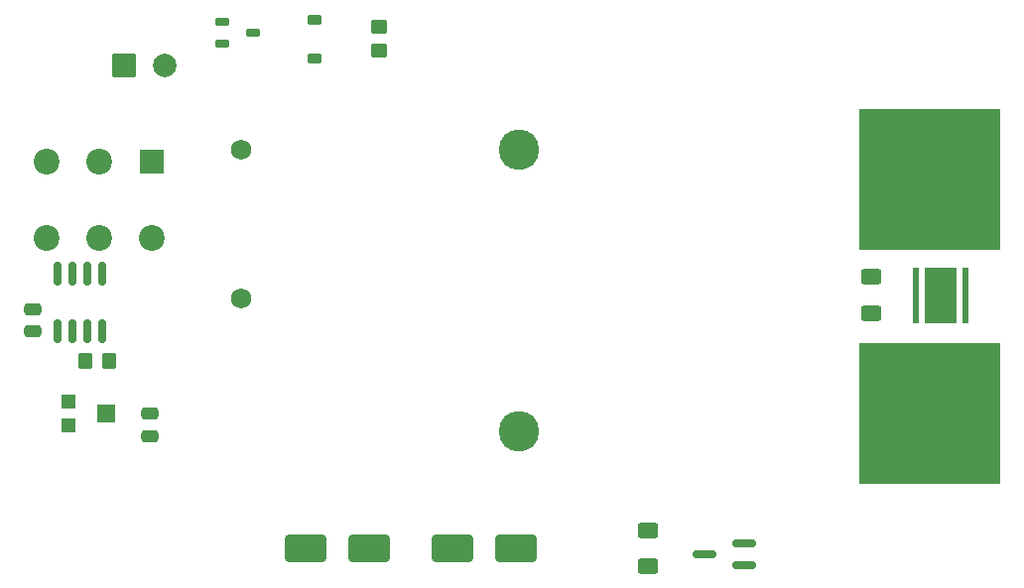
<source format=gts>
%TF.GenerationSoftware,KiCad,Pcbnew,9.0.6-9.0.6~ubuntu24.04.1*%
%TF.CreationDate,2025-11-29T12:56:03-05:00*%
%TF.ProjectId,CardPCB,43617264-5043-4422-9e6b-696361645f70,rev?*%
%TF.SameCoordinates,Original*%
%TF.FileFunction,Soldermask,Top*%
%TF.FilePolarity,Negative*%
%FSLAX46Y46*%
G04 Gerber Fmt 4.6, Leading zero omitted, Abs format (unit mm)*
G04 Created by KiCad (PCBNEW 9.0.6-9.0.6~ubuntu24.04.1) date 2025-11-29 12:56:03*
%MOMM*%
%LPD*%
G01*
G04 APERTURE LIST*
G04 Aperture macros list*
%AMRoundRect*
0 Rectangle with rounded corners*
0 $1 Rounding radius*
0 $2 $3 $4 $5 $6 $7 $8 $9 X,Y pos of 4 corners*
0 Add a 4 corners polygon primitive as box body*
4,1,4,$2,$3,$4,$5,$6,$7,$8,$9,$2,$3,0*
0 Add four circle primitives for the rounded corners*
1,1,$1+$1,$2,$3*
1,1,$1+$1,$4,$5*
1,1,$1+$1,$6,$7*
1,1,$1+$1,$8,$9*
0 Add four rect primitives between the rounded corners*
20,1,$1+$1,$2,$3,$4,$5,0*
20,1,$1+$1,$4,$5,$6,$7,0*
20,1,$1+$1,$6,$7,$8,$9,0*
20,1,$1+$1,$8,$9,$2,$3,0*%
G04 Aperture macros list end*
%ADD10RoundRect,0.162500X-0.447500X-0.162500X0.447500X-0.162500X0.447500X0.162500X-0.447500X0.162500X0*%
%ADD11R,1.200000X1.200000*%
%ADD12R,1.500000X1.600000*%
%ADD13RoundRect,0.250000X0.625000X-0.400000X0.625000X0.400000X-0.625000X0.400000X-0.625000X-0.400000X0*%
%ADD14RoundRect,0.250000X-0.475000X0.250000X-0.475000X-0.250000X0.475000X-0.250000X0.475000X0.250000X0*%
%ADD15RoundRect,0.250000X0.450000X-0.350000X0.450000X0.350000X-0.450000X0.350000X-0.450000X-0.350000X0*%
%ADD16RoundRect,0.162500X0.837500X0.162500X-0.837500X0.162500X-0.837500X-0.162500X0.837500X-0.162500X0*%
%ADD17R,2.000000X2.000000*%
%ADD18C,2.200000*%
%ADD19R,12.000000X12.000000*%
%ADD20RoundRect,0.150000X-0.150000X0.825000X-0.150000X-0.825000X0.150000X-0.825000X0.150000X0.825000X0*%
%ADD21RoundRect,0.225000X-0.375000X0.225000X-0.375000X-0.225000X0.375000X-0.225000X0.375000X0.225000X0*%
%ADD22RoundRect,0.250000X0.475000X-0.250000X0.475000X0.250000X-0.475000X0.250000X-0.475000X-0.250000X0*%
%ADD23RoundRect,0.250000X-1.500000X-0.900000X1.500000X-0.900000X1.500000X0.900000X-1.500000X0.900000X0*%
%ADD24RoundRect,0.250000X0.350000X0.450000X-0.350000X0.450000X-0.350000X-0.450000X0.350000X-0.450000X0*%
%ADD25R,0.500000X4.780000*%
%ADD26R,2.780000X4.780000*%
%ADD27RoundRect,0.102000X-0.900000X-0.900000X0.900000X-0.900000X0.900000X0.900000X-0.900000X0.900000X0*%
%ADD28C,2.004000*%
%ADD29RoundRect,0.250000X-0.625000X0.400000X-0.625000X-0.400000X0.625000X-0.400000X0.625000X0.400000X0*%
%ADD30C,3.450000*%
%ADD31C,1.734000*%
%ADD32C,0.350000*%
%ADD33C,0.100000*%
G04 APERTURE END LIST*
D10*
%TO.C,Q2*%
X123190000Y-58550000D03*
X123190000Y-60450000D03*
X125810000Y-59500000D03*
%TD*%
D11*
%TO.C,RV1*%
X110000000Y-91000000D03*
D12*
X113250000Y-92000000D03*
D11*
X110000000Y-93000000D03*
%TD*%
D13*
%TO.C,R3*%
X159500000Y-105050000D03*
X159500000Y-101950000D03*
%TD*%
D14*
%TO.C,C1*%
X117000000Y-92000000D03*
X117000000Y-93900000D03*
%TD*%
D15*
%TO.C,R1*%
X136500000Y-61000000D03*
X136500000Y-59000000D03*
%TD*%
D16*
%TO.C,Q1*%
X167710000Y-104950000D03*
X167710000Y-103050000D03*
X164290000Y-104000000D03*
%TD*%
D17*
%TO.C,SW1*%
X117170000Y-70500000D03*
D18*
X112670000Y-70500000D03*
X108170000Y-70500000D03*
X108170000Y-77000000D03*
X112670000Y-77000000D03*
X117170000Y-77000000D03*
%TD*%
D19*
%TO.C,H1*%
X183500000Y-72000000D03*
%TD*%
%TO.C,H2*%
X183500000Y-92000000D03*
%TD*%
D20*
%TO.C,U1*%
X112905000Y-80025000D03*
X111635000Y-80025000D03*
X110365000Y-80025000D03*
X109095000Y-80025000D03*
X109095000Y-84975000D03*
X110365000Y-84975000D03*
X111635000Y-84975000D03*
X112905000Y-84975000D03*
%TD*%
D21*
%TO.C,D2*%
X131000000Y-58350000D03*
X131000000Y-61650000D03*
%TD*%
D22*
%TO.C,C2*%
X107000000Y-85000000D03*
X107000000Y-83100000D03*
%TD*%
D23*
%TO.C,D4*%
X142800000Y-103500000D03*
X148200000Y-103500000D03*
%TD*%
D24*
%TO.C,R2*%
X113500000Y-87500000D03*
X111500000Y-87500000D03*
%TD*%
D25*
%TO.C,D6*%
X182320000Y-81925000D03*
X186600000Y-81925000D03*
D26*
X184460000Y-81925000D03*
%TD*%
D27*
%TO.C,BT2*%
X114750000Y-62250000D03*
D28*
X118250000Y-62250000D03*
%TD*%
D29*
%TO.C,R4*%
X178500000Y-80350000D03*
X178500000Y-83450000D03*
%TD*%
D30*
%TO.C,BT1*%
X148500000Y-93500000D03*
X148500000Y-69500000D03*
D31*
X124780000Y-69500000D03*
X124780000Y-82200000D03*
%TD*%
D23*
%TO.C,D3*%
X130300000Y-103500000D03*
X135700000Y-103500000D03*
%TD*%
D32*
X117170000Y-70500000D03*
X112670000Y-70500000D03*
X108170000Y-70500000D03*
X108170000Y-77000000D03*
X112670000Y-77000000D03*
X117170000Y-77000000D03*
D33*
X183500000Y-72000000D03*
X183500000Y-92000000D03*
D32*
X114750000Y-62250000D03*
X118250000Y-62250000D03*
X148500000Y-93500000D03*
X148500000Y-69500000D03*
X124780000Y-69500000D03*
X124780000Y-82200000D03*
M02*

</source>
